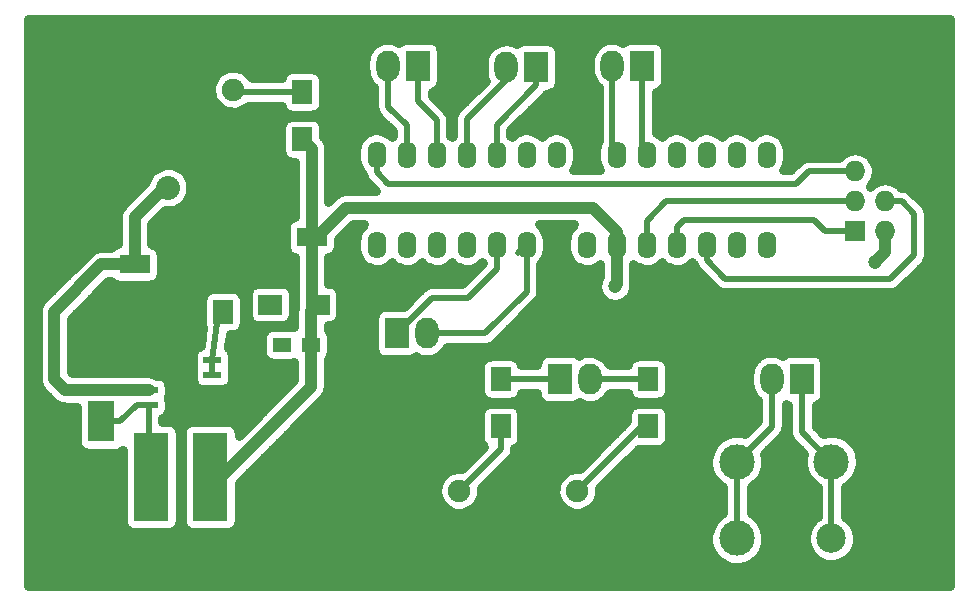
<source format=gbr>
%TF.GenerationSoftware,KiCad,Pcbnew,4.0.4-stable*%
%TF.CreationDate,2017-01-11T15:57:30+01:00*%
%TF.ProjectId,ISPboard,495350626F6172642E6B696361645F70,rev?*%
%TF.FileFunction,Copper,L1,Top,Signal*%
%FSLAX46Y46*%
G04 Gerber Fmt 4.6, Leading zero omitted, Abs format (unit mm)*
G04 Created by KiCad (PCBNEW 4.0.4-stable) date 01/11/17 15:57:30*
%MOMM*%
%LPD*%
G01*
G04 APERTURE LIST*
%ADD10C,0.100000*%
%ADD11R,2.000000X1.900000*%
%ADD12C,1.900000*%
%ADD13O,1.600000X2.300000*%
%ADD14R,2.000000X2.600000*%
%ADD15O,2.000000X2.600000*%
%ADD16C,2.000000*%
%ADD17C,3.000000*%
%ADD18C,2.500000*%
%ADD19R,1.900000X2.000000*%
%ADD20R,1.700000X2.000000*%
%ADD21R,2.999740X7.500620*%
%ADD22R,2.032000X2.032000*%
%ADD23O,2.032000X2.032000*%
%ADD24R,1.727200X1.727200*%
%ADD25O,1.727200X1.727200*%
%ADD26R,2.000000X1.700000*%
%ADD27R,2.600000X1.600000*%
%ADD28R,1.500000X1.250000*%
%ADD29R,1.550000X0.600000*%
%ADD30R,2.300000X3.500000*%
%ADD31C,1.200000*%
%ADD32C,1.000000*%
%ADD33C,0.500000*%
%ADD34C,0.800000*%
G04 APERTURE END LIST*
D10*
D11*
X152500000Y-133500000D03*
D12*
X152500000Y-130960000D03*
D11*
X142500000Y-133500000D03*
D12*
X142500000Y-130960000D03*
D13*
X135500000Y-102500000D03*
X138040000Y-102500000D03*
X140580000Y-102500000D03*
X143120000Y-102500000D03*
X145660000Y-102500000D03*
X148200000Y-102500000D03*
X150740000Y-102500000D03*
X153280000Y-102500000D03*
X155820000Y-102500000D03*
X158360000Y-102500000D03*
X160900000Y-102500000D03*
X163440000Y-102500000D03*
X165980000Y-102500000D03*
X168520000Y-102500000D03*
X168520000Y-110120000D03*
X165980000Y-110120000D03*
X163440000Y-110120000D03*
X160900000Y-110120000D03*
X158360000Y-110120000D03*
X155820000Y-110120000D03*
X153280000Y-110120000D03*
X150740000Y-110120000D03*
X148200000Y-110120000D03*
X145660000Y-110120000D03*
X143120000Y-110120000D03*
X140580000Y-110120000D03*
X138040000Y-110120000D03*
X135500000Y-110120000D03*
D14*
X158000000Y-95000000D03*
D15*
X155460000Y-95000000D03*
D14*
X137200000Y-117620000D03*
D15*
X139740000Y-117620000D03*
D14*
X149000000Y-95120000D03*
D15*
X146460000Y-95120000D03*
D14*
X151000000Y-121500000D03*
D15*
X153540000Y-121500000D03*
D14*
X171500000Y-121500000D03*
D15*
X168960000Y-121500000D03*
D16*
X161500000Y-135000000D03*
D17*
X166000000Y-135000000D03*
D16*
X161500000Y-128500000D03*
D17*
X166000000Y-128500000D03*
D16*
X178500000Y-128500000D03*
D17*
X174000000Y-128500000D03*
D16*
X178500000Y-135000000D03*
D18*
X174000000Y-135000000D03*
D19*
X120800000Y-97000000D03*
D12*
X123340000Y-97000000D03*
D20*
X158500000Y-125500000D03*
X158500000Y-121500000D03*
X146000000Y-125500000D03*
X146000000Y-121500000D03*
X129200000Y-97200000D03*
X129200000Y-101200000D03*
D21*
X116400640Y-129800000D03*
X121399360Y-129800000D03*
D22*
X120400000Y-105300000D03*
D23*
X117860000Y-105300000D03*
D24*
X176000000Y-109000000D03*
D25*
X178540000Y-109000000D03*
X176000000Y-106460000D03*
X178540000Y-106460000D03*
X176000000Y-103920000D03*
X178540000Y-103920000D03*
D26*
X130500000Y-115200000D03*
X126500000Y-115200000D03*
D20*
X122500000Y-115800000D03*
X122500000Y-111800000D03*
D27*
X130000000Y-109500000D03*
X126400000Y-109500000D03*
D14*
X139000000Y-95000000D03*
D15*
X136460000Y-95000000D03*
D27*
X115000000Y-111800000D03*
X118600000Y-111800000D03*
D28*
X129950000Y-118600000D03*
X127450000Y-118600000D03*
D29*
X121600000Y-123705000D03*
X121600000Y-122435000D03*
X121600000Y-121165000D03*
X121600000Y-119895000D03*
X116200000Y-119895000D03*
X116200000Y-121165000D03*
X116200000Y-122435000D03*
X116200000Y-123705000D03*
D30*
X112200000Y-125100000D03*
X112200000Y-119700000D03*
D31*
X155700000Y-113620000D03*
X177700000Y-111620000D03*
D32*
X115000000Y-111800000D02*
X112200000Y-111800000D01*
X109135000Y-122435000D02*
X116200000Y-122435000D01*
X108200000Y-121500000D02*
X109135000Y-122435000D01*
X108200000Y-115800000D02*
X108200000Y-121500000D01*
X112200000Y-111800000D02*
X108200000Y-115800000D01*
X117860000Y-105300000D02*
X117500000Y-105300000D01*
X117500000Y-105300000D02*
X115000000Y-107800000D01*
X115000000Y-107800000D02*
X115000000Y-111800000D01*
X115000000Y-111800000D02*
X114800000Y-112000000D01*
D33*
X158500000Y-125500000D02*
X157960000Y-125500000D01*
X157960000Y-125500000D02*
X152500000Y-130960000D01*
X146000000Y-125500000D02*
X146000000Y-127460000D01*
X146000000Y-127460000D02*
X142500000Y-130960000D01*
X176000000Y-103920000D02*
X172080000Y-103920000D01*
X135500000Y-104000000D02*
X135500000Y-102500000D01*
X136500000Y-105000000D02*
X135500000Y-104000000D01*
X171000000Y-105000000D02*
X136500000Y-105000000D01*
X172080000Y-103920000D02*
X171000000Y-105000000D01*
X178540000Y-106460000D02*
X179960000Y-106460000D01*
X163440000Y-111440000D02*
X163440000Y-110120000D01*
X165000000Y-113000000D02*
X163440000Y-111440000D01*
X179000000Y-113000000D02*
X165000000Y-113000000D01*
X181000000Y-111000000D02*
X179000000Y-113000000D01*
X181000000Y-107500000D02*
X181000000Y-111000000D01*
X179960000Y-106460000D02*
X181000000Y-107500000D01*
X176000000Y-109000000D02*
X173500000Y-109000000D01*
X160900000Y-108600000D02*
X160900000Y-110120000D01*
X161500000Y-108000000D02*
X160900000Y-108600000D01*
X172500000Y-108000000D02*
X161500000Y-108000000D01*
X173500000Y-109000000D02*
X172500000Y-108000000D01*
X176000000Y-106460000D02*
X160040000Y-106460000D01*
X158360000Y-108140000D02*
X158360000Y-110120000D01*
X160040000Y-106460000D02*
X158360000Y-108140000D01*
X151000000Y-121500000D02*
X146000000Y-121500000D01*
X153540000Y-121500000D02*
X158500000Y-121500000D01*
X174000000Y-128500000D02*
X174000000Y-135000000D01*
X171500000Y-121500000D02*
X171500000Y-126000000D01*
X171500000Y-126000000D02*
X174000000Y-128500000D01*
X166000000Y-128500000D02*
X166000000Y-135000000D01*
X168960000Y-121500000D02*
X168960000Y-125540000D01*
X168960000Y-125540000D02*
X166000000Y-128500000D01*
X139740000Y-117620000D02*
X144700000Y-117620000D01*
X148200000Y-114120000D02*
X148200000Y-110120000D01*
X144700000Y-117620000D02*
X148200000Y-114120000D01*
X147500000Y-110820000D02*
X148200000Y-110120000D01*
X137200000Y-117620000D02*
X140200000Y-114620000D01*
X145660000Y-112160000D02*
X145660000Y-110120000D01*
X143200000Y-114620000D02*
X145660000Y-112160000D01*
X140200000Y-114620000D02*
X143200000Y-114620000D01*
X129200000Y-97200000D02*
X123540000Y-97200000D01*
X123540000Y-97200000D02*
X123340000Y-97000000D01*
X128740000Y-97660000D02*
X129200000Y-97200000D01*
X123840640Y-97500640D02*
X123840000Y-97500000D01*
D32*
X130000000Y-109500000D02*
X130000000Y-102000000D01*
X130000000Y-102000000D02*
X129200000Y-101200000D01*
X121399360Y-129800000D02*
X122300000Y-129800000D01*
X122300000Y-129800000D02*
X129950000Y-122150000D01*
X129950000Y-122150000D02*
X129950000Y-115750000D01*
X129950000Y-115750000D02*
X130000000Y-115700000D01*
X130000000Y-115700000D02*
X130000000Y-109900000D01*
X130000000Y-109900000D02*
X132900000Y-107000000D01*
X132900000Y-107000000D02*
X153800000Y-107000000D01*
X153800000Y-107000000D02*
X155820000Y-109020000D01*
X155820000Y-109020000D02*
X155820000Y-110120000D01*
X121399360Y-129800000D02*
X122100000Y-129800000D01*
X130500000Y-115200000D02*
X130800000Y-115500000D01*
X129400000Y-101000000D02*
X129200000Y-101200000D01*
X178540000Y-109000000D02*
X178540000Y-110780000D01*
X155820000Y-113500000D02*
X155820000Y-110120000D01*
X155700000Y-113620000D02*
X155820000Y-113500000D01*
X178540000Y-110780000D02*
X177700000Y-111620000D01*
X129700000Y-101700000D02*
X129200000Y-101200000D01*
X120900000Y-129300640D02*
X121399360Y-129800000D01*
X129160000Y-101240000D02*
X129200000Y-101200000D01*
D33*
X143120000Y-102500000D02*
X143120000Y-99500000D01*
X143120000Y-99500000D02*
X146460000Y-96160000D01*
X146460000Y-96160000D02*
X146460000Y-95120000D01*
X142960000Y-102340000D02*
X143120000Y-102500000D01*
X145660000Y-102500000D02*
X145660000Y-99960000D01*
X149000000Y-96620000D02*
X149000000Y-95120000D01*
X145660000Y-99960000D02*
X149000000Y-96620000D01*
X145500000Y-102340000D02*
X145660000Y-102500000D01*
X155460000Y-95000000D02*
X155460000Y-102140000D01*
X155460000Y-102140000D02*
X155820000Y-102500000D01*
X158000000Y-95000000D02*
X158000000Y-102140000D01*
X158000000Y-102140000D02*
X158360000Y-102500000D01*
X138040000Y-102500000D02*
X138040000Y-100040000D01*
X136460000Y-98460000D02*
X136460000Y-95000000D01*
X138040000Y-100040000D02*
X136460000Y-98460000D01*
X140580000Y-102500000D02*
X140580000Y-99580000D01*
X139000000Y-98000000D02*
X139000000Y-95000000D01*
X140580000Y-99580000D02*
X139000000Y-98000000D01*
X140500000Y-102420000D02*
X140580000Y-102500000D01*
X121600000Y-121165000D02*
X121600000Y-119895000D01*
X121600000Y-119895000D02*
X122195000Y-115495000D01*
X116200000Y-123705000D02*
X115195000Y-123705000D01*
X113800000Y-125100000D02*
X112200000Y-125100000D01*
X115195000Y-123705000D02*
X113800000Y-125100000D01*
X116200000Y-123705000D02*
X116200000Y-129599360D01*
X116200000Y-129599360D02*
X116400640Y-129800000D01*
X112895000Y-124405000D02*
X112200000Y-125100000D01*
D34*
X184017000Y-90983000D02*
X105983000Y-90983000D01*
X184017000Y-91623000D02*
X105983000Y-91623000D01*
X184017000Y-92263000D02*
X105983000Y-92263000D01*
X135803859Y-92903000D02*
X105983000Y-92903000D01*
X137567796Y-92903000D02*
X137110862Y-92903000D01*
X146455322Y-92903000D02*
X140430044Y-92903000D01*
X154803859Y-92903000D02*
X146488905Y-92903000D01*
X156567796Y-92903000D02*
X156110862Y-92903000D01*
X184017000Y-92903000D02*
X159430044Y-92903000D01*
X134943044Y-93543000D02*
X105983000Y-93543000D01*
X145043735Y-93543000D02*
X140897021Y-93543000D01*
X153943044Y-93543000D02*
X150859859Y-93543000D01*
X184017000Y-93543000D02*
X159897021Y-93543000D01*
X134628468Y-94183000D02*
X105983000Y-94183000D01*
X144666535Y-94183000D02*
X140912393Y-94183000D01*
X153628468Y-94183000D02*
X150912393Y-94183000D01*
X184017000Y-94183000D02*
X159912393Y-94183000D01*
X134552000Y-94823000D02*
X105983000Y-94823000D01*
X144552000Y-94823000D02*
X140912393Y-94823000D01*
X153552000Y-94823000D02*
X150912393Y-94823000D01*
X184017000Y-94823000D02*
X159912393Y-94823000D01*
X122295422Y-95463000D02*
X105983000Y-95463000D01*
X127826742Y-95463000D02*
X124384093Y-95463000D01*
X134566934Y-95463000D02*
X130577862Y-95463000D01*
X144555168Y-95463000D02*
X140912393Y-95463000D01*
X153566934Y-95463000D02*
X150912393Y-95463000D01*
X184017000Y-95463000D02*
X159912393Y-95463000D01*
X121702903Y-96103000D02*
X105983000Y-96103000D01*
X134730651Y-96103000D02*
X130954658Y-96103000D01*
X144679431Y-96103000D02*
X140912393Y-96103000D01*
X153730651Y-96103000D02*
X150912393Y-96103000D01*
X184017000Y-96103000D02*
X159912393Y-96103000D01*
X121495037Y-96743000D02*
X105983000Y-96743000D01*
X135212359Y-96743000D02*
X130962393Y-96743000D01*
X144239341Y-96743000D02*
X140791159Y-96743000D01*
X154212359Y-96743000D02*
X150845252Y-96743000D01*
X184017000Y-96743000D02*
X159791159Y-96743000D01*
X121521178Y-97383000D02*
X105983000Y-97383000D01*
X135302000Y-97383000D02*
X130962393Y-97383000D01*
X143599341Y-97383000D02*
X140158000Y-97383000D01*
X154302000Y-97383000D02*
X149864687Y-97383000D01*
X184017000Y-97383000D02*
X159158000Y-97383000D01*
X121788770Y-98023000D02*
X105983000Y-98023000D01*
X135302000Y-98023000D02*
X130962393Y-98023000D01*
X142959341Y-98023000D02*
X140660660Y-98023000D01*
X154302000Y-98023000D02*
X149234659Y-98023000D01*
X184017000Y-98023000D02*
X159158000Y-98023000D01*
X122505307Y-98663000D02*
X105983000Y-98663000D01*
X127573292Y-98663000D02*
X124187218Y-98663000D01*
X135320884Y-98663000D02*
X130832144Y-98663000D01*
X142319341Y-98663000D02*
X141300660Y-98663000D01*
X154302000Y-98663000D02*
X148594659Y-98663000D01*
X184017000Y-98663000D02*
X159158000Y-98663000D01*
X128192934Y-99303000D02*
X105983000Y-99303000D01*
X135665340Y-99303000D02*
X130158320Y-99303000D01*
X141981607Y-99303000D02*
X141700224Y-99303000D01*
X154302000Y-99303000D02*
X147954659Y-99303000D01*
X184017000Y-99303000D02*
X159158000Y-99303000D01*
X127474998Y-99943000D02*
X105983000Y-99943000D01*
X136305340Y-99943000D02*
X130916053Y-99943000D01*
X141962000Y-99943000D02*
X141738000Y-99943000D01*
X154302000Y-99943000D02*
X147314659Y-99943000D01*
X184017000Y-99943000D02*
X159158000Y-99943000D01*
X127437607Y-100583000D02*
X105983000Y-100583000D01*
X134809314Y-100583000D02*
X130962393Y-100583000D01*
X136882000Y-100583000D02*
X136194243Y-100583000D01*
X141962000Y-100583000D02*
X141738000Y-100583000D01*
X147509314Y-100583000D02*
X146818000Y-100583000D01*
X150049314Y-100583000D02*
X148894243Y-100583000D01*
X154302000Y-100583000D02*
X151434243Y-100583000D01*
X160209314Y-100583000D02*
X159158000Y-100583000D01*
X162749314Y-100583000D02*
X161594243Y-100583000D01*
X165289314Y-100583000D02*
X164134243Y-100583000D01*
X167829314Y-100583000D02*
X166674243Y-100583000D01*
X184017000Y-100583000D02*
X169214243Y-100583000D01*
X127437607Y-101223000D02*
X105983000Y-101223000D01*
X134064361Y-101223000D02*
X131173910Y-101223000D01*
X154302000Y-101223000D02*
X152177598Y-101223000D01*
X184017000Y-101223000D02*
X169957598Y-101223000D01*
X127437607Y-101863000D02*
X105983000Y-101863000D01*
X133820567Y-101863000D02*
X131394648Y-101863000D01*
X154140567Y-101863000D02*
X152420836Y-101863000D01*
X184017000Y-101863000D02*
X170200836Y-101863000D01*
X127498192Y-102503000D02*
X105983000Y-102503000D01*
X133792000Y-102503000D02*
X131408000Y-102503000D01*
X154112000Y-102503000D02*
X152448000Y-102503000D01*
X174937920Y-102503000D02*
X170228000Y-102503000D01*
X184017000Y-102503000D02*
X177063551Y-102503000D01*
X128592000Y-103143000D02*
X105983000Y-103143000D01*
X133819752Y-103143000D02*
X131408000Y-103143000D01*
X154139752Y-103143000D02*
X152418760Y-103143000D01*
X171219341Y-103143000D02*
X170198760Y-103143000D01*
X184017000Y-103143000D02*
X177588305Y-103143000D01*
X116681084Y-103783000D02*
X105983000Y-103783000D01*
X128592000Y-103783000D02*
X119040346Y-103783000D01*
X134065593Y-103783000D02*
X131408000Y-103783000D01*
X154385593Y-103783000D02*
X152172340Y-103783000D01*
X170579341Y-103783000D02*
X169952340Y-103783000D01*
X184017000Y-103783000D02*
X177759008Y-103783000D01*
X116148085Y-104423000D02*
X105983000Y-104423000D01*
X128592000Y-104423000D02*
X119571523Y-104423000D01*
X134422766Y-104423000D02*
X131408000Y-104423000D01*
X184017000Y-104423000D02*
X177692887Y-104423000D01*
X115745788Y-105063000D02*
X105983000Y-105063000D01*
X128592000Y-105063000D02*
X119770472Y-105063000D01*
X134925340Y-105063000D02*
X131408000Y-105063000D01*
X177453045Y-105063000D02*
X177349724Y-105063000D01*
X184017000Y-105063000D02*
X179627727Y-105063000D01*
X115105788Y-105703000D02*
X105983000Y-105703000D01*
X128592000Y-105703000D02*
X119749020Y-105703000D01*
X132354499Y-105703000D02*
X131408000Y-105703000D01*
X184017000Y-105703000D02*
X180840660Y-105703000D01*
X114465788Y-106343000D02*
X105983000Y-106343000D01*
X128592000Y-106343000D02*
X119482159Y-106343000D01*
X131565787Y-106343000D02*
X131408000Y-106343000D01*
X184017000Y-106343000D02*
X181480660Y-106343000D01*
X113856303Y-106983000D02*
X105983000Y-106983000D01*
X128592000Y-106983000D02*
X118782711Y-106983000D01*
X184017000Y-106983000D02*
X182030363Y-106983000D01*
X113609489Y-107623000D02*
X105983000Y-107623000D01*
X128592000Y-107623000D02*
X117168212Y-107623000D01*
X184017000Y-107623000D02*
X182158000Y-107623000D01*
X113592000Y-108263000D02*
X105983000Y-108263000D01*
X127906136Y-108263000D02*
X116528212Y-108263000D01*
X184017000Y-108263000D02*
X182158000Y-108263000D01*
X113592000Y-108903000D02*
X105983000Y-108903000D01*
X127787607Y-108903000D02*
X116408000Y-108903000D01*
X134031376Y-108903000D02*
X132988212Y-108903000D01*
X151811376Y-108903000D02*
X149669500Y-108903000D01*
X184017000Y-108903000D02*
X182158000Y-108903000D01*
X113592000Y-109543000D02*
X105983000Y-109543000D01*
X127787607Y-109543000D02*
X116408000Y-109543000D01*
X133813837Y-109543000D02*
X132348212Y-109543000D01*
X151593837Y-109543000D02*
X149886719Y-109543000D01*
X184017000Y-109543000D02*
X182158000Y-109543000D01*
X113298147Y-110183000D02*
X105983000Y-110183000D01*
X127787607Y-110183000D02*
X116685676Y-110183000D01*
X133792000Y-110183000D02*
X132212393Y-110183000D01*
X151572000Y-110183000D02*
X149908000Y-110183000D01*
X184017000Y-110183000D02*
X182158000Y-110183000D01*
X111185788Y-110823000D02*
X105983000Y-110823000D01*
X127962829Y-110823000D02*
X117190828Y-110823000D01*
X133827937Y-110823000D02*
X132041143Y-110823000D01*
X151607937Y-110823000D02*
X149872030Y-110823000D01*
X184017000Y-110823000D02*
X182158000Y-110823000D01*
X110545788Y-111463000D02*
X105983000Y-111463000D01*
X128592000Y-111463000D02*
X117212393Y-111463000D01*
X134108239Y-111463000D02*
X131408000Y-111463000D01*
X151888239Y-111463000D02*
X149594124Y-111463000D01*
X184017000Y-111463000D02*
X182060612Y-111463000D01*
X109905788Y-112103000D02*
X105983000Y-112103000D01*
X128592000Y-112103000D02*
X117212393Y-112103000D01*
X134994800Y-112103000D02*
X131408000Y-112103000D01*
X137534800Y-112103000D02*
X136005917Y-112103000D01*
X140074800Y-112103000D02*
X138545917Y-112103000D01*
X142614800Y-112103000D02*
X141085917Y-112103000D01*
X144079341Y-112103000D02*
X143625917Y-112103000D01*
X152774800Y-112103000D02*
X149358000Y-112103000D01*
X154412000Y-112103000D02*
X153785917Y-112103000D01*
X157854800Y-112103000D02*
X157228000Y-112103000D01*
X160394800Y-112103000D02*
X158865917Y-112103000D01*
X162493560Y-112103000D02*
X161405917Y-112103000D01*
X184017000Y-112103000D02*
X181534660Y-112103000D01*
X109265788Y-112743000D02*
X105983000Y-112743000D01*
X128592000Y-112743000D02*
X117192071Y-112743000D01*
X143439341Y-112743000D02*
X131408000Y-112743000D01*
X154412000Y-112743000D02*
X149358000Y-112743000D01*
X163105340Y-112743000D02*
X157228000Y-112743000D01*
X184017000Y-112743000D02*
X180894660Y-112743000D01*
X108625788Y-113383000D02*
X105983000Y-113383000D01*
X113238898Y-113383000D02*
X112608212Y-113383000D01*
X128592000Y-113383000D02*
X116753450Y-113383000D01*
X142799341Y-113383000D02*
X131408000Y-113383000D01*
X154208620Y-113383000D02*
X149358000Y-113383000D01*
X163745340Y-113383000D02*
X157228000Y-113383000D01*
X184017000Y-113383000D02*
X180254660Y-113383000D01*
X107985788Y-114023000D02*
X105983000Y-114023000D01*
X121187445Y-114023000D02*
X111968212Y-114023000D01*
X124656551Y-114023000D02*
X123824412Y-114023000D01*
X128592000Y-114023000D02*
X128344375Y-114023000D01*
X139159341Y-114023000D02*
X132344375Y-114023000D01*
X154240710Y-114023000D02*
X149358000Y-114023000D01*
X164468583Y-114023000D02*
X157154937Y-114023000D01*
X184017000Y-114023000D02*
X179530847Y-114023000D01*
X107345788Y-114663000D02*
X105983000Y-114663000D01*
X120757076Y-114663000D02*
X111328212Y-114663000D01*
X124587607Y-114663000D02*
X124251468Y-114663000D01*
X128587607Y-114663000D02*
X128412393Y-114663000D01*
X138519341Y-114663000D02*
X132412393Y-114663000D01*
X154610756Y-114663000D02*
X149216631Y-114663000D01*
X184017000Y-114663000D02*
X156791548Y-114663000D01*
X106886642Y-115303000D02*
X105983000Y-115303000D01*
X120737607Y-115303000D02*
X110688212Y-115303000D01*
X124587607Y-115303000D02*
X124262393Y-115303000D01*
X128587607Y-115303000D02*
X128412393Y-115303000D01*
X137879341Y-115303000D02*
X132412393Y-115303000D01*
X184017000Y-115303000D02*
X148654659Y-115303000D01*
X106792000Y-115943000D02*
X105983000Y-115943000D01*
X120737607Y-115943000D02*
X110048212Y-115943000D01*
X124587607Y-115943000D02*
X124262393Y-115943000D01*
X128542000Y-115943000D02*
X128412393Y-115943000D01*
X135379090Y-115943000D02*
X132412393Y-115943000D01*
X184017000Y-115943000D02*
X148014659Y-115943000D01*
X106792000Y-116583000D02*
X105983000Y-116583000D01*
X120737607Y-116583000D02*
X109608000Y-116583000D01*
X124769419Y-116583000D02*
X124262393Y-116583000D01*
X128542000Y-116583000D02*
X128232620Y-116583000D01*
X135287607Y-116583000D02*
X132232620Y-116583000D01*
X184017000Y-116583000D02*
X147374659Y-116583000D01*
X106792000Y-117223000D02*
X105983000Y-117223000D01*
X120792788Y-117223000D02*
X109608000Y-117223000D01*
X126199506Y-117223000D02*
X124150175Y-117223000D01*
X135287607Y-117223000D02*
X131358000Y-117223000D01*
X184017000Y-117223000D02*
X146734659Y-117223000D01*
X106792000Y-117863000D02*
X105983000Y-117863000D01*
X120706243Y-117863000D02*
X109608000Y-117863000D01*
X125803524Y-117863000D02*
X123043321Y-117863000D01*
X135287607Y-117863000D02*
X131603462Y-117863000D01*
X184017000Y-117863000D02*
X146094659Y-117863000D01*
X106792000Y-118503000D02*
X105983000Y-118503000D01*
X120619697Y-118503000D02*
X109608000Y-118503000D01*
X125787607Y-118503000D02*
X122956776Y-118503000D01*
X135287607Y-118503000D02*
X131612393Y-118503000D01*
X184017000Y-118503000D02*
X145441153Y-118503000D01*
X106792000Y-119143000D02*
X105983000Y-119143000D01*
X120037898Y-119143000D02*
X109608000Y-119143000D01*
X125787607Y-119143000D02*
X123158956Y-119143000D01*
X135323418Y-119143000D02*
X131612393Y-119143000D01*
X184017000Y-119143000D02*
X141201576Y-119143000D01*
X106792000Y-119783000D02*
X105983000Y-119783000D01*
X119912607Y-119783000D02*
X109608000Y-119783000D01*
X125985893Y-119783000D02*
X123287393Y-119783000D01*
X135916372Y-119783000D02*
X131411313Y-119783000D01*
X139302348Y-119783000D02*
X138466857Y-119783000D01*
X144596391Y-119783000D02*
X140171893Y-119783000D01*
X149197121Y-119783000D02*
X147401328Y-119783000D01*
X157096391Y-119783000D02*
X154819069Y-119783000D01*
X167678651Y-119783000D02*
X159901328Y-119783000D01*
X184017000Y-119783000D02*
X173307020Y-119783000D01*
X106792000Y-120423000D02*
X105983000Y-120423000D01*
X119949966Y-120423000D02*
X109608000Y-120423000D01*
X128542000Y-120423000D02*
X123254992Y-120423000D01*
X144248550Y-120423000D02*
X131358000Y-120423000D01*
X167214358Y-120423000D02*
X160256253Y-120423000D01*
X184017000Y-120423000D02*
X173412393Y-120423000D01*
X106792000Y-121063000D02*
X105983000Y-121063000D01*
X119912607Y-121063000D02*
X116509234Y-121063000D01*
X128542000Y-121063000D02*
X123287393Y-121063000D01*
X144237607Y-121063000D02*
X131358000Y-121063000D01*
X167063367Y-121063000D02*
X160262393Y-121063000D01*
X184017000Y-121063000D02*
X173412393Y-121063000D01*
X106811127Y-121703000D02*
X105983000Y-121703000D01*
X119953063Y-121703000D02*
X117772135Y-121703000D01*
X128405788Y-121703000D02*
X123253571Y-121703000D01*
X144237607Y-121703000D02*
X131358000Y-121703000D01*
X167052000Y-121703000D02*
X160262393Y-121703000D01*
X184017000Y-121703000D02*
X173412393Y-121703000D01*
X107079301Y-122343000D02*
X105983000Y-122343000D01*
X120582979Y-122343000D02*
X117887393Y-122343000D01*
X127765788Y-122343000D02*
X122593420Y-122343000D01*
X144237607Y-122343000D02*
X131338887Y-122343000D01*
X167137162Y-122343000D02*
X160262393Y-122343000D01*
X184017000Y-122343000D02*
X173412393Y-122343000D01*
X107691787Y-122983000D02*
X105983000Y-122983000D01*
X127125788Y-122983000D02*
X117852150Y-122983000D01*
X144386471Y-122983000D02*
X131080272Y-122983000D01*
X149111030Y-122983000D02*
X147623128Y-122983000D01*
X156886471Y-122983000D02*
X155035140Y-122983000D01*
X167465756Y-122983000D02*
X160123128Y-122983000D01*
X184017000Y-122983000D02*
X173386387Y-122983000D01*
X108385257Y-123623000D02*
X105983000Y-123623000D01*
X126485788Y-123623000D02*
X117887393Y-123623000D01*
X144928351Y-123623000D02*
X130468212Y-123623000D01*
X149627635Y-123623000D02*
X147099058Y-123623000D01*
X152973130Y-123623000D02*
X152392748Y-123623000D01*
X157428351Y-123623000D02*
X154107801Y-123623000D01*
X167802000Y-123623000D02*
X159599058Y-123623000D01*
X170127634Y-123623000D02*
X170118000Y-123623000D01*
X184017000Y-123623000D02*
X172892748Y-123623000D01*
X110137607Y-124263000D02*
X105983000Y-124263000D01*
X125845788Y-124263000D02*
X117849552Y-124263000D01*
X144271287Y-124263000D02*
X129828212Y-124263000D01*
X156771287Y-124263000D02*
X147722247Y-124263000D01*
X167802000Y-124263000D02*
X160222247Y-124263000D01*
X170342000Y-124263000D02*
X170118000Y-124263000D01*
X184017000Y-124263000D02*
X172658000Y-124263000D01*
X110137607Y-124903000D02*
X105983000Y-124903000D01*
X125205788Y-124903000D02*
X117358000Y-124903000D01*
X144237607Y-124903000D02*
X129188212Y-124903000D01*
X156737607Y-124903000D02*
X147762393Y-124903000D01*
X167802000Y-124903000D02*
X160262393Y-124903000D01*
X170342000Y-124903000D02*
X170118000Y-124903000D01*
X184017000Y-124903000D02*
X172658000Y-124903000D01*
X110137607Y-125543000D02*
X105983000Y-125543000D01*
X119144446Y-125543000D02*
X118648428Y-125543000D01*
X124565788Y-125543000D02*
X123647148Y-125543000D01*
X144237607Y-125543000D02*
X128548212Y-125543000D01*
X156279340Y-125543000D02*
X147762393Y-125543000D01*
X167319340Y-125543000D02*
X160262393Y-125543000D01*
X170342000Y-125543000D02*
X170117978Y-125543000D01*
X184017000Y-125543000D02*
X172680660Y-125543000D01*
X110137607Y-126183000D02*
X105983000Y-126183000D01*
X118987097Y-126183000D02*
X118812903Y-126183000D01*
X123925788Y-126183000D02*
X123811623Y-126183000D01*
X144237607Y-126183000D02*
X127908212Y-126183000D01*
X155639340Y-126183000D02*
X147762393Y-126183000D01*
X165306425Y-126183000D02*
X160262393Y-126183000D01*
X170359135Y-126183000D02*
X169922918Y-126183000D01*
X184017000Y-126183000D02*
X174688424Y-126183000D01*
X110137607Y-126823000D02*
X105983000Y-126823000D01*
X118987097Y-126823000D02*
X118812903Y-126823000D01*
X144304386Y-126823000D02*
X127268212Y-126823000D01*
X154999340Y-126823000D02*
X147695252Y-126823000D01*
X164270694Y-126823000D02*
X160195252Y-126823000D01*
X170685340Y-126823000D02*
X169314660Y-126823000D01*
X184017000Y-126823000D02*
X175728413Y-126823000D01*
X110376648Y-127463000D02*
X105983000Y-127463000D01*
X118987097Y-127463000D02*
X118812903Y-127463000D01*
X144359341Y-127463000D02*
X126628212Y-127463000D01*
X154359340Y-127463000D02*
X147157978Y-127463000D01*
X163824494Y-127463000D02*
X157634660Y-127463000D01*
X171325340Y-127463000D02*
X168674660Y-127463000D01*
X184017000Y-127463000D02*
X176177213Y-127463000D01*
X113988377Y-128103000D02*
X105983000Y-128103000D01*
X118987097Y-128103000D02*
X118812903Y-128103000D01*
X143719341Y-128103000D02*
X125988212Y-128103000D01*
X153719340Y-128103000D02*
X146962917Y-128103000D01*
X163622484Y-128103000D02*
X156994660Y-128103000D01*
X171622484Y-128103000D02*
X168376248Y-128103000D01*
X184017000Y-128103000D02*
X176376248Y-128103000D01*
X113988377Y-128743000D02*
X105983000Y-128743000D01*
X118987097Y-128743000D02*
X118812903Y-128743000D01*
X143079341Y-128743000D02*
X125348212Y-128743000D01*
X153079340Y-128743000D02*
X146354659Y-128743000D01*
X163596273Y-128743000D02*
X156354660Y-128743000D01*
X171596273Y-128743000D02*
X168401412Y-128743000D01*
X184017000Y-128743000D02*
X176401412Y-128743000D01*
X113988377Y-129383000D02*
X105983000Y-129383000D01*
X118987097Y-129383000D02*
X118812903Y-129383000D01*
X141516549Y-129383000D02*
X124708212Y-129383000D01*
X151516549Y-129383000D02*
X145714659Y-129383000D01*
X163759624Y-129383000D02*
X155714660Y-129383000D01*
X171759624Y-129383000D02*
X168242860Y-129383000D01*
X184017000Y-129383000D02*
X176242860Y-129383000D01*
X113988377Y-130023000D02*
X105983000Y-130023000D01*
X118987097Y-130023000D02*
X118812903Y-130023000D01*
X140889670Y-130023000D02*
X124068212Y-130023000D01*
X150889670Y-130023000D02*
X145074659Y-130023000D01*
X164123086Y-130023000D02*
X155074660Y-130023000D01*
X172123086Y-130023000D02*
X167872613Y-130023000D01*
X184017000Y-130023000D02*
X175872613Y-130023000D01*
X113988377Y-130663000D02*
X105983000Y-130663000D01*
X118987097Y-130663000D02*
X118812903Y-130663000D01*
X140663540Y-130663000D02*
X123811623Y-130663000D01*
X150663540Y-130663000D02*
X144434659Y-130663000D01*
X164842000Y-130663000D02*
X154434660Y-130663000D01*
X172842000Y-130663000D02*
X167158000Y-130663000D01*
X184017000Y-130663000D02*
X175158000Y-130663000D01*
X113988377Y-131303000D02*
X105983000Y-131303000D01*
X118987097Y-131303000D02*
X118812903Y-131303000D01*
X140673837Y-131303000D02*
X123811623Y-131303000D01*
X150673837Y-131303000D02*
X144327502Y-131303000D01*
X164842000Y-131303000D02*
X154327502Y-131303000D01*
X172842000Y-131303000D02*
X167158000Y-131303000D01*
X184017000Y-131303000D02*
X175158000Y-131303000D01*
X113988377Y-131943000D02*
X105983000Y-131943000D01*
X118987097Y-131943000D02*
X118812903Y-131943000D01*
X140922992Y-131943000D02*
X123811623Y-131943000D01*
X150922992Y-131943000D02*
X144080437Y-131943000D01*
X164842000Y-131943000D02*
X154080437Y-131943000D01*
X172842000Y-131943000D02*
X167158000Y-131943000D01*
X184017000Y-131943000D02*
X175158000Y-131943000D01*
X113988377Y-132583000D02*
X105983000Y-132583000D01*
X118987097Y-132583000D02*
X118812903Y-132583000D01*
X141579477Y-132583000D02*
X123811623Y-132583000D01*
X151579477Y-132583000D02*
X143410248Y-132583000D01*
X164842000Y-132583000D02*
X153410248Y-132583000D01*
X172842000Y-132583000D02*
X167158000Y-132583000D01*
X184017000Y-132583000D02*
X175158000Y-132583000D01*
X113988377Y-133223000D02*
X105983000Y-133223000D01*
X118987097Y-133223000D02*
X118812903Y-133223000D01*
X164372810Y-133223000D02*
X123811623Y-133223000D01*
X172774274Y-133223000D02*
X167629109Y-133223000D01*
X184017000Y-133223000D02*
X175224790Y-133223000D01*
X114051963Y-133863000D02*
X105983000Y-133863000D01*
X119050683Y-133863000D02*
X118750409Y-133863000D01*
X163867354Y-133863000D02*
X123749129Y-133863000D01*
X172163010Y-133863000D02*
X168135733Y-133863000D01*
X184017000Y-133863000D02*
X175835573Y-133863000D01*
X163643739Y-134503000D02*
X105983000Y-134503000D01*
X171899335Y-134503000D02*
X168356447Y-134503000D01*
X184017000Y-134503000D02*
X176101583Y-134503000D01*
X163589666Y-135143000D02*
X105983000Y-135143000D01*
X171839700Y-135143000D02*
X168402808Y-135143000D01*
X184017000Y-135143000D02*
X176153141Y-135143000D01*
X163720031Y-135783000D02*
X105983000Y-135783000D01*
X171988923Y-135783000D02*
X168287383Y-135783000D01*
X184017000Y-135783000D02*
X176013713Y-135783000D01*
X164052203Y-136423000D02*
X105983000Y-136423000D01*
X172374072Y-136423000D02*
X167943155Y-136423000D01*
X184017000Y-136423000D02*
X175635099Y-136423000D01*
X164748807Y-137063000D02*
X105983000Y-137063000D01*
X173333048Y-137063000D02*
X167243413Y-137063000D01*
X184017000Y-137063000D02*
X174649040Y-137063000D01*
X184017000Y-137703000D02*
X105983000Y-137703000D01*
X184017000Y-138343000D02*
X105983000Y-138343000D01*
X184017000Y-138983000D02*
X105983000Y-138983000D01*
X184017000Y-139017000D02*
X105983000Y-139017000D01*
X105983000Y-115800000D01*
X106792000Y-115800000D01*
X106792000Y-121500000D01*
X106804692Y-121629440D01*
X106816027Y-121759003D01*
X106818092Y-121766112D01*
X106818815Y-121773482D01*
X106856412Y-121898010D01*
X106892692Y-122022886D01*
X106896099Y-122029459D01*
X106898239Y-122036547D01*
X106959276Y-122151341D01*
X107019151Y-122266852D01*
X107023774Y-122272643D01*
X107027247Y-122279175D01*
X107109439Y-122379952D01*
X107190590Y-122481608D01*
X107200746Y-122491907D01*
X107200924Y-122492125D01*
X107201126Y-122492292D01*
X107204394Y-122495606D01*
X108139394Y-123430607D01*
X108239869Y-123513138D01*
X108339526Y-123596760D01*
X108346017Y-123600329D01*
X108351736Y-123605026D01*
X108466323Y-123666467D01*
X108580330Y-123729143D01*
X108587388Y-123731382D01*
X108593912Y-123734880D01*
X108718264Y-123772898D01*
X108842260Y-123812232D01*
X108849619Y-123813057D01*
X108856699Y-123815222D01*
X108986102Y-123828367D01*
X109115341Y-123842863D01*
X109129808Y-123842964D01*
X109130085Y-123842992D01*
X109130344Y-123842968D01*
X109135000Y-123843000D01*
X110137607Y-123843000D01*
X110137607Y-126850000D01*
X110149138Y-126994596D01*
X110225087Y-127239845D01*
X110366354Y-127454226D01*
X110561754Y-127620764D01*
X110795813Y-127726271D01*
X111050000Y-127762393D01*
X113350000Y-127762393D01*
X113494596Y-127750862D01*
X113739845Y-127674913D01*
X113954226Y-127533646D01*
X113988377Y-127493576D01*
X113988377Y-133550310D01*
X113999908Y-133694906D01*
X114075857Y-133940155D01*
X114217124Y-134154536D01*
X114412524Y-134321074D01*
X114646583Y-134426581D01*
X114900770Y-134462703D01*
X117900510Y-134462703D01*
X118045106Y-134451172D01*
X118290355Y-134375223D01*
X118504736Y-134233956D01*
X118671274Y-134038556D01*
X118776781Y-133804497D01*
X118812903Y-133550310D01*
X118812903Y-126049690D01*
X118987097Y-126049690D01*
X118987097Y-133550310D01*
X118998628Y-133694906D01*
X119074577Y-133940155D01*
X119215844Y-134154536D01*
X119411244Y-134321074D01*
X119645303Y-134426581D01*
X119899490Y-134462703D01*
X122899230Y-134462703D01*
X123043826Y-134451172D01*
X123289075Y-134375223D01*
X123503456Y-134233956D01*
X123669994Y-134038556D01*
X123775501Y-133804497D01*
X123811623Y-133550310D01*
X123811623Y-131116226D01*
X140639558Y-131116226D01*
X140705334Y-131474612D01*
X140839469Y-131813397D01*
X141036852Y-132119677D01*
X141289967Y-132381784D01*
X141589171Y-132589737D01*
X141923068Y-132735613D01*
X142278941Y-132813857D01*
X142643234Y-132821488D01*
X143002071Y-132758215D01*
X143341784Y-132626449D01*
X143649434Y-132431208D01*
X143913302Y-132179930D01*
X144123338Y-131882185D01*
X144271542Y-131549314D01*
X144352268Y-131193996D01*
X144353354Y-131116226D01*
X150639558Y-131116226D01*
X150705334Y-131474612D01*
X150839469Y-131813397D01*
X151036852Y-132119677D01*
X151289967Y-132381784D01*
X151589171Y-132589737D01*
X151923068Y-132735613D01*
X152278941Y-132813857D01*
X152643234Y-132821488D01*
X153002071Y-132758215D01*
X153341784Y-132626449D01*
X153649434Y-132431208D01*
X153913302Y-132179930D01*
X154123338Y-131882185D01*
X154271542Y-131549314D01*
X154352268Y-131193996D01*
X154358080Y-130777814D01*
X154351761Y-130745899D01*
X156395189Y-128702471D01*
X163588835Y-128702471D01*
X163674082Y-129166946D01*
X163847923Y-129606017D01*
X164103735Y-130002961D01*
X164431776Y-130342657D01*
X164819550Y-130612167D01*
X164842000Y-130621975D01*
X164842000Y-132879899D01*
X164483837Y-133114274D01*
X164146440Y-133444678D01*
X163879644Y-133834324D01*
X163693611Y-134268370D01*
X163595428Y-134730284D01*
X163588835Y-135202471D01*
X163674082Y-135666946D01*
X163847923Y-136106017D01*
X164103735Y-136502961D01*
X164431776Y-136842657D01*
X164819550Y-137112167D01*
X165252287Y-137301225D01*
X165713504Y-137402630D01*
X166185633Y-137412520D01*
X166650692Y-137330517D01*
X167090966Y-137159746D01*
X167489686Y-136906711D01*
X167831664Y-136581050D01*
X168103874Y-136195167D01*
X168295949Y-135763761D01*
X168400571Y-135303263D01*
X168408103Y-134763883D01*
X168316379Y-134300644D01*
X168136425Y-133864043D01*
X167875095Y-133470710D01*
X167542344Y-133135627D01*
X167158000Y-132876383D01*
X167158000Y-130617205D01*
X167489686Y-130406711D01*
X167831664Y-130081050D01*
X168103874Y-129695167D01*
X168295949Y-129263761D01*
X168400571Y-128803263D01*
X168408103Y-128263883D01*
X168319790Y-127817870D01*
X169778830Y-126358830D01*
X169846769Y-126276120D01*
X169915481Y-126194232D01*
X169918413Y-126188899D01*
X169922280Y-126184191D01*
X169972824Y-126089927D01*
X170024359Y-125996185D01*
X170026201Y-125990377D01*
X170029077Y-125985014D01*
X170060341Y-125882754D01*
X170092695Y-125780762D01*
X170093374Y-125774711D01*
X170095154Y-125768888D01*
X170105965Y-125662457D01*
X170117887Y-125556168D01*
X170117970Y-125544268D01*
X170117993Y-125544043D01*
X170117973Y-125543834D01*
X170118000Y-125540000D01*
X170118000Y-123618657D01*
X170245813Y-123676271D01*
X170342000Y-123689940D01*
X170342000Y-126000000D01*
X170352441Y-126106482D01*
X170361761Y-126213015D01*
X170363460Y-126218862D01*
X170364054Y-126224923D01*
X170394961Y-126327291D01*
X170424813Y-126430044D01*
X170427617Y-126435454D01*
X170429376Y-126441279D01*
X170479563Y-126535668D01*
X170528819Y-126630692D01*
X170532619Y-126635453D01*
X170535477Y-126640827D01*
X170603080Y-126723716D01*
X170669818Y-126807317D01*
X170678178Y-126815796D01*
X170678317Y-126815966D01*
X170678475Y-126816096D01*
X170681170Y-126818830D01*
X171682585Y-127820245D01*
X171595428Y-128230284D01*
X171588835Y-128702471D01*
X171674082Y-129166946D01*
X171847923Y-129606017D01*
X172103735Y-130002961D01*
X172431776Y-130342657D01*
X172819550Y-130612167D01*
X172842000Y-130621975D01*
X172842000Y-133178681D01*
X172641246Y-133310051D01*
X172338877Y-133606152D01*
X172099780Y-133955345D01*
X171933061Y-134344328D01*
X171845072Y-134758286D01*
X171839163Y-135181451D01*
X171915560Y-135597704D01*
X172071352Y-135991190D01*
X172300606Y-136346923D01*
X172594590Y-136651352D01*
X172942105Y-136892881D01*
X173329915Y-137062311D01*
X173743248Y-137153188D01*
X174166361Y-137162051D01*
X174583137Y-137088562D01*
X174977702Y-136935521D01*
X175335026Y-136708756D01*
X175641500Y-136416905D01*
X175885449Y-136071084D01*
X176057583Y-135684467D01*
X176151343Y-135271778D01*
X176158093Y-134788397D01*
X176075892Y-134373251D01*
X175914621Y-133981978D01*
X175680422Y-133629481D01*
X175382217Y-133329187D01*
X175158000Y-133177950D01*
X175158000Y-130617205D01*
X175489686Y-130406711D01*
X175831664Y-130081050D01*
X176103874Y-129695167D01*
X176295949Y-129263761D01*
X176400571Y-128803263D01*
X176408103Y-128263883D01*
X176316379Y-127800644D01*
X176136425Y-127364043D01*
X175875095Y-126970710D01*
X175542344Y-126635627D01*
X175150845Y-126371557D01*
X174715510Y-126188560D01*
X174252922Y-126093604D01*
X173780701Y-126090307D01*
X173316832Y-126178795D01*
X173316563Y-126178903D01*
X172658000Y-125520340D01*
X172658000Y-123696711D01*
X172889845Y-123624913D01*
X173104226Y-123483646D01*
X173270764Y-123288246D01*
X173376271Y-123054187D01*
X173412393Y-122800000D01*
X173412393Y-120200000D01*
X173400862Y-120055404D01*
X173324913Y-119810155D01*
X173183646Y-119595774D01*
X172988246Y-119429236D01*
X172754187Y-119323729D01*
X172500000Y-119287607D01*
X170500000Y-119287607D01*
X170355404Y-119299138D01*
X170110155Y-119375087D01*
X169895774Y-119516354D01*
X169883967Y-119530207D01*
X169699380Y-119430401D01*
X169343657Y-119320286D01*
X168973320Y-119281362D01*
X168602476Y-119315112D01*
X168245251Y-119420249D01*
X167915249Y-119592770D01*
X167625042Y-119826102D01*
X167385683Y-120111359D01*
X167206290Y-120437675D01*
X167093694Y-120792620D01*
X167052186Y-121162676D01*
X167052000Y-121189316D01*
X167052000Y-121810684D01*
X167088338Y-122181283D01*
X167195966Y-122537766D01*
X167370786Y-122866555D01*
X167606139Y-123155126D01*
X167802000Y-123317157D01*
X167802000Y-125060340D01*
X166680887Y-126181453D01*
X166252922Y-126093604D01*
X165780701Y-126090307D01*
X165316832Y-126178795D01*
X164878985Y-126355697D01*
X164483837Y-126614274D01*
X164146440Y-126944678D01*
X163879644Y-127334324D01*
X163693611Y-127768370D01*
X163595428Y-128230284D01*
X163588835Y-128702471D01*
X156395189Y-128702471D01*
X157685267Y-127412393D01*
X159350000Y-127412393D01*
X159494596Y-127400862D01*
X159739845Y-127324913D01*
X159954226Y-127183646D01*
X160120764Y-126988246D01*
X160226271Y-126754187D01*
X160262393Y-126500000D01*
X160262393Y-124500000D01*
X160250862Y-124355404D01*
X160174913Y-124110155D01*
X160033646Y-123895774D01*
X159838246Y-123729236D01*
X159604187Y-123623729D01*
X159350000Y-123587607D01*
X157650000Y-123587607D01*
X157505404Y-123599138D01*
X157260155Y-123675087D01*
X157045774Y-123816354D01*
X156879236Y-124011754D01*
X156773729Y-124245813D01*
X156737607Y-124500000D01*
X156737607Y-125084733D01*
X152715023Y-129107317D01*
X152695154Y-129103238D01*
X152330790Y-129100694D01*
X151972871Y-129168970D01*
X151635031Y-129305467D01*
X151330137Y-129504984D01*
X151069803Y-129759922D01*
X150863944Y-130060571D01*
X150720403Y-130395478D01*
X150644645Y-130751889D01*
X150639558Y-131116226D01*
X144353354Y-131116226D01*
X144358080Y-130777814D01*
X144351761Y-130745899D01*
X146818829Y-128278830D01*
X146886721Y-128196176D01*
X146955481Y-128114232D01*
X146958415Y-128108895D01*
X146962279Y-128104191D01*
X147012802Y-128009966D01*
X147064359Y-127916185D01*
X147066201Y-127910377D01*
X147069077Y-127905014D01*
X147100341Y-127802754D01*
X147132695Y-127700762D01*
X147133374Y-127694711D01*
X147135154Y-127688888D01*
X147145960Y-127582501D01*
X147157887Y-127476168D01*
X147157970Y-127464257D01*
X147157992Y-127464043D01*
X147157973Y-127463843D01*
X147158000Y-127460000D01*
X147158000Y-127350259D01*
X147239845Y-127324913D01*
X147454226Y-127183646D01*
X147620764Y-126988246D01*
X147726271Y-126754187D01*
X147762393Y-126500000D01*
X147762393Y-124500000D01*
X147750862Y-124355404D01*
X147674913Y-124110155D01*
X147533646Y-123895774D01*
X147338246Y-123729236D01*
X147104187Y-123623729D01*
X146850000Y-123587607D01*
X145150000Y-123587607D01*
X145005404Y-123599138D01*
X144760155Y-123675087D01*
X144545774Y-123816354D01*
X144379236Y-124011754D01*
X144273729Y-124245813D01*
X144237607Y-124500000D01*
X144237607Y-126500000D01*
X144249138Y-126644596D01*
X144325087Y-126889845D01*
X144466354Y-127104226D01*
X144602272Y-127220068D01*
X142715024Y-129107317D01*
X142695154Y-129103238D01*
X142330790Y-129100694D01*
X141972871Y-129168970D01*
X141635031Y-129305467D01*
X141330137Y-129504984D01*
X141069803Y-129759922D01*
X140863944Y-130060571D01*
X140720403Y-130395478D01*
X140644645Y-130751889D01*
X140639558Y-131116226D01*
X123811623Y-131116226D01*
X123811623Y-130279589D01*
X130945607Y-123145606D01*
X131028138Y-123045131D01*
X131111760Y-122945474D01*
X131115329Y-122938983D01*
X131120026Y-122933264D01*
X131181467Y-122818677D01*
X131244143Y-122704670D01*
X131246382Y-122697612D01*
X131249880Y-122691088D01*
X131287898Y-122566736D01*
X131327232Y-122442740D01*
X131328057Y-122435381D01*
X131330222Y-122428301D01*
X131343367Y-122298898D01*
X131357863Y-122169659D01*
X131357964Y-122155192D01*
X131357992Y-122154915D01*
X131357968Y-122154656D01*
X131358000Y-122150000D01*
X131358000Y-120500000D01*
X144237607Y-120500000D01*
X144237607Y-122500000D01*
X144249138Y-122644596D01*
X144325087Y-122889845D01*
X144466354Y-123104226D01*
X144661754Y-123270764D01*
X144895813Y-123376271D01*
X145150000Y-123412393D01*
X146850000Y-123412393D01*
X146994596Y-123400862D01*
X147239845Y-123324913D01*
X147454226Y-123183646D01*
X147620764Y-122988246D01*
X147726271Y-122754187D01*
X147739940Y-122658000D01*
X149087607Y-122658000D01*
X149087607Y-122800000D01*
X149099138Y-122944596D01*
X149175087Y-123189845D01*
X149316354Y-123404226D01*
X149511754Y-123570764D01*
X149745813Y-123676271D01*
X150000000Y-123712393D01*
X152000000Y-123712393D01*
X152144596Y-123700862D01*
X152389845Y-123624913D01*
X152604226Y-123483646D01*
X152616033Y-123469793D01*
X152800620Y-123569599D01*
X153156343Y-123679714D01*
X153526680Y-123718638D01*
X153897524Y-123684888D01*
X154254749Y-123579751D01*
X154584751Y-123407230D01*
X154874958Y-123173898D01*
X155114317Y-122888641D01*
X155241112Y-122658000D01*
X156753289Y-122658000D01*
X156825087Y-122889845D01*
X156966354Y-123104226D01*
X157161754Y-123270764D01*
X157395813Y-123376271D01*
X157650000Y-123412393D01*
X159350000Y-123412393D01*
X159494596Y-123400862D01*
X159739845Y-123324913D01*
X159954226Y-123183646D01*
X160120764Y-122988246D01*
X160226271Y-122754187D01*
X160262393Y-122500000D01*
X160262393Y-120500000D01*
X160250862Y-120355404D01*
X160174913Y-120110155D01*
X160033646Y-119895774D01*
X159838246Y-119729236D01*
X159604187Y-119623729D01*
X159350000Y-119587607D01*
X157650000Y-119587607D01*
X157505404Y-119599138D01*
X157260155Y-119675087D01*
X157045774Y-119816354D01*
X156879236Y-120011754D01*
X156773729Y-120245813D01*
X156760060Y-120342000D01*
X155240105Y-120342000D01*
X155129214Y-120133445D01*
X154893861Y-119844874D01*
X154606940Y-119607512D01*
X154279380Y-119430401D01*
X153923657Y-119320286D01*
X153553320Y-119281362D01*
X153182476Y-119315112D01*
X152825251Y-119420249D01*
X152609835Y-119532866D01*
X152488246Y-119429236D01*
X152254187Y-119323729D01*
X152000000Y-119287607D01*
X150000000Y-119287607D01*
X149855404Y-119299138D01*
X149610155Y-119375087D01*
X149395774Y-119516354D01*
X149229236Y-119711754D01*
X149123729Y-119945813D01*
X149087607Y-120200000D01*
X149087607Y-120342000D01*
X147746711Y-120342000D01*
X147674913Y-120110155D01*
X147533646Y-119895774D01*
X147338246Y-119729236D01*
X147104187Y-119623729D01*
X146850000Y-119587607D01*
X145150000Y-119587607D01*
X145005404Y-119599138D01*
X144760155Y-119675087D01*
X144545774Y-119816354D01*
X144379236Y-120011754D01*
X144273729Y-120245813D01*
X144237607Y-120500000D01*
X131358000Y-120500000D01*
X131358000Y-119845553D01*
X131470764Y-119713246D01*
X131576271Y-119479187D01*
X131612393Y-119225000D01*
X131612393Y-117975000D01*
X131600862Y-117830404D01*
X131524913Y-117585155D01*
X131383646Y-117370774D01*
X131358000Y-117348916D01*
X131358000Y-116962393D01*
X131500000Y-116962393D01*
X131644596Y-116950862D01*
X131889845Y-116874913D01*
X132104226Y-116733646D01*
X132270764Y-116538246D01*
X132376271Y-116304187D01*
X132412393Y-116050000D01*
X132412393Y-114350000D01*
X132400862Y-114205404D01*
X132324913Y-113960155D01*
X132183646Y-113745774D01*
X131988246Y-113579236D01*
X131754187Y-113473729D01*
X131500000Y-113437607D01*
X131408000Y-113437607D01*
X131408000Y-111203780D01*
X131444596Y-111200862D01*
X131689845Y-111124913D01*
X131904226Y-110983646D01*
X132070764Y-110788246D01*
X132176271Y-110554187D01*
X132212393Y-110300000D01*
X132212393Y-109678819D01*
X133483213Y-108408000D01*
X134468805Y-108408000D01*
X134304975Y-108539723D01*
X134090706Y-108795078D01*
X133930117Y-109087189D01*
X133829324Y-109404929D01*
X133792166Y-109736195D01*
X133792000Y-109760042D01*
X133792000Y-110479958D01*
X133824529Y-110811710D01*
X133920875Y-111130826D01*
X134077371Y-111425151D01*
X134288053Y-111683473D01*
X134544899Y-111895954D01*
X134838123Y-112054500D01*
X135156559Y-112153073D01*
X135488076Y-112187916D01*
X135820047Y-112157705D01*
X136139828Y-112063588D01*
X136435238Y-111909151D01*
X136695025Y-111700277D01*
X136769434Y-111611600D01*
X136828053Y-111683473D01*
X137084899Y-111895954D01*
X137378123Y-112054500D01*
X137696559Y-112153073D01*
X138028076Y-112187916D01*
X138360047Y-112157705D01*
X138679828Y-112063588D01*
X138975238Y-111909151D01*
X139235025Y-111700277D01*
X139309434Y-111611600D01*
X139368053Y-111683473D01*
X139624899Y-111895954D01*
X139918123Y-112054500D01*
X140236559Y-112153073D01*
X140568076Y-112187916D01*
X140900047Y-112157705D01*
X141219828Y-112063588D01*
X141515238Y-111909151D01*
X141775025Y-111700277D01*
X141849434Y-111611600D01*
X141908053Y-111683473D01*
X142164899Y-111895954D01*
X142458123Y-112054500D01*
X142776559Y-112153073D01*
X143108076Y-112187916D01*
X143440047Y-112157705D01*
X143759828Y-112063588D01*
X144055238Y-111909151D01*
X144315025Y-111700277D01*
X144389434Y-111611600D01*
X144448053Y-111683473D01*
X144475862Y-111706479D01*
X142720340Y-113462000D01*
X140200000Y-113462000D01*
X140093518Y-113472441D01*
X139986985Y-113481761D01*
X139981138Y-113483460D01*
X139975077Y-113484054D01*
X139872709Y-113514961D01*
X139769956Y-113544813D01*
X139764546Y-113547617D01*
X139758721Y-113549376D01*
X139664332Y-113599563D01*
X139569308Y-113648819D01*
X139564547Y-113652619D01*
X139559173Y-113655477D01*
X139476284Y-113723080D01*
X139392683Y-113789818D01*
X139384209Y-113798175D01*
X139384034Y-113798317D01*
X139383900Y-113798479D01*
X139381171Y-113801170D01*
X137774733Y-115407607D01*
X136200000Y-115407607D01*
X136055404Y-115419138D01*
X135810155Y-115495087D01*
X135595774Y-115636354D01*
X135429236Y-115831754D01*
X135323729Y-116065813D01*
X135287607Y-116320000D01*
X135287607Y-118920000D01*
X135299138Y-119064596D01*
X135375087Y-119309845D01*
X135516354Y-119524226D01*
X135711754Y-119690764D01*
X135945813Y-119796271D01*
X136200000Y-119832393D01*
X138200000Y-119832393D01*
X138344596Y-119820862D01*
X138589845Y-119744913D01*
X138804226Y-119603646D01*
X138816033Y-119589793D01*
X139000620Y-119689599D01*
X139356343Y-119799714D01*
X139726680Y-119838638D01*
X140097524Y-119804888D01*
X140454749Y-119699751D01*
X140784751Y-119527230D01*
X141074958Y-119293898D01*
X141314317Y-119008641D01*
X141441112Y-118778000D01*
X144700000Y-118778000D01*
X144806482Y-118767559D01*
X144913015Y-118758239D01*
X144918862Y-118756540D01*
X144924923Y-118755946D01*
X145027291Y-118725039D01*
X145130044Y-118695187D01*
X145135454Y-118692383D01*
X145141279Y-118690624D01*
X145235668Y-118640437D01*
X145330692Y-118591181D01*
X145335453Y-118587381D01*
X145340827Y-118584523D01*
X145423716Y-118516920D01*
X145507317Y-118450182D01*
X145515796Y-118441822D01*
X145515966Y-118441683D01*
X145516096Y-118441525D01*
X145518830Y-118438830D01*
X149018829Y-114938830D01*
X149086721Y-114856176D01*
X149155481Y-114774232D01*
X149158415Y-114768895D01*
X149162279Y-114764191D01*
X149212802Y-114669966D01*
X149264359Y-114576185D01*
X149266201Y-114570377D01*
X149269077Y-114565014D01*
X149300341Y-114462754D01*
X149332695Y-114360762D01*
X149333374Y-114354711D01*
X149335154Y-114348888D01*
X149345960Y-114242501D01*
X149357887Y-114136168D01*
X149357970Y-114124257D01*
X149357992Y-114124043D01*
X149357973Y-114123843D01*
X149358000Y-114120000D01*
X149358000Y-111730046D01*
X149395025Y-111700277D01*
X149609294Y-111444922D01*
X149769883Y-111152811D01*
X149870676Y-110835071D01*
X149907834Y-110503805D01*
X149908000Y-110479958D01*
X149908000Y-109760042D01*
X149875471Y-109428290D01*
X149779125Y-109109174D01*
X149622629Y-108814849D01*
X149411947Y-108556527D01*
X149232408Y-108408000D01*
X152248805Y-108408000D01*
X152084975Y-108539723D01*
X151870706Y-108795078D01*
X151710117Y-109087189D01*
X151609324Y-109404929D01*
X151572166Y-109736195D01*
X151572000Y-109760042D01*
X151572000Y-110479958D01*
X151604529Y-110811710D01*
X151700875Y-111130826D01*
X151857371Y-111425151D01*
X152068053Y-111683473D01*
X152324899Y-111895954D01*
X152618123Y-112054500D01*
X152936559Y-112153073D01*
X153268076Y-112187916D01*
X153600047Y-112157705D01*
X153919828Y-112063588D01*
X154215238Y-111909151D01*
X154412000Y-111750950D01*
X154412000Y-112831779D01*
X154372135Y-112890000D01*
X154255633Y-113161820D01*
X154194146Y-113451091D01*
X154190017Y-113746797D01*
X154243403Y-114037672D01*
X154352270Y-114312639D01*
X154512472Y-114561223D01*
X154717906Y-114773957D01*
X154960748Y-114942736D01*
X155231747Y-115061133D01*
X155520583Y-115124638D01*
X155816252Y-115130831D01*
X156107493Y-115079477D01*
X156383213Y-114972533D01*
X156632910Y-114814070D01*
X156847072Y-114610126D01*
X157017543Y-114368469D01*
X157137829Y-114098302D01*
X157203348Y-113809917D01*
X157204358Y-113737582D01*
X157213375Y-113648819D01*
X157227863Y-113519659D01*
X157227964Y-113505192D01*
X157227992Y-113504915D01*
X157227968Y-113504656D01*
X157228000Y-113500000D01*
X157228000Y-111749611D01*
X157404899Y-111895954D01*
X157698123Y-112054500D01*
X158016559Y-112153073D01*
X158348076Y-112187916D01*
X158680047Y-112157705D01*
X158999828Y-112063588D01*
X159295238Y-111909151D01*
X159555025Y-111700277D01*
X159629434Y-111611600D01*
X159688053Y-111683473D01*
X159944899Y-111895954D01*
X160238123Y-112054500D01*
X160556559Y-112153073D01*
X160888076Y-112187916D01*
X161220047Y-112157705D01*
X161539828Y-112063588D01*
X161835238Y-111909151D01*
X162095025Y-111700277D01*
X162169434Y-111611600D01*
X162228053Y-111683473D01*
X162336729Y-111773377D01*
X162364813Y-111870044D01*
X162367617Y-111875454D01*
X162369376Y-111881279D01*
X162419563Y-111975668D01*
X162468819Y-112070692D01*
X162472619Y-112075453D01*
X162475477Y-112080827D01*
X162543080Y-112163716D01*
X162609818Y-112247317D01*
X162618178Y-112255796D01*
X162618317Y-112255966D01*
X162618475Y-112256096D01*
X162621170Y-112258830D01*
X164181170Y-113818830D01*
X164263880Y-113886769D01*
X164345768Y-113955481D01*
X164351101Y-113958413D01*
X164355809Y-113962280D01*
X164450073Y-114012824D01*
X164543815Y-114064359D01*
X164549623Y-114066201D01*
X164554986Y-114069077D01*
X164657246Y-114100341D01*
X164759238Y-114132695D01*
X164765289Y-114133374D01*
X164771112Y-114135154D01*
X164877543Y-114145965D01*
X164983832Y-114157887D01*
X164995732Y-114157970D01*
X164995957Y-114157993D01*
X164996166Y-114157973D01*
X165000000Y-114158000D01*
X179000000Y-114158000D01*
X179106482Y-114147559D01*
X179213015Y-114138239D01*
X179218862Y-114136540D01*
X179224923Y-114135946D01*
X179327291Y-114105039D01*
X179430044Y-114075187D01*
X179435454Y-114072383D01*
X179441279Y-114070624D01*
X179535668Y-114020437D01*
X179630692Y-113971181D01*
X179635453Y-113967381D01*
X179640827Y-113964523D01*
X179723716Y-113896920D01*
X179807317Y-113830182D01*
X179815796Y-113821822D01*
X179815966Y-113821683D01*
X179816096Y-113821525D01*
X179818830Y-113818830D01*
X181818830Y-111818830D01*
X181886769Y-111736120D01*
X181955481Y-111654232D01*
X181958413Y-111648899D01*
X181962280Y-111644191D01*
X182012824Y-111549927D01*
X182064359Y-111456185D01*
X182066201Y-111450377D01*
X182069077Y-111445014D01*
X182100341Y-111342754D01*
X182132695Y-111240762D01*
X182133374Y-111234711D01*
X182135154Y-111228888D01*
X182145965Y-111122457D01*
X182157887Y-111016168D01*
X182157970Y-111004268D01*
X182157993Y-111004043D01*
X182157973Y-111003834D01*
X182158000Y-111000000D01*
X182158000Y-107500000D01*
X182147559Y-107393518D01*
X182138239Y-107286985D01*
X182136540Y-107281138D01*
X182135946Y-107275077D01*
X182105039Y-107172709D01*
X182075187Y-107069956D01*
X182072383Y-107064546D01*
X182070624Y-107058721D01*
X182020437Y-106964332D01*
X181971181Y-106869308D01*
X181967381Y-106864547D01*
X181964523Y-106859173D01*
X181896920Y-106776284D01*
X181830182Y-106692683D01*
X181821822Y-106684204D01*
X181821683Y-106684034D01*
X181821525Y-106683904D01*
X181818830Y-106681170D01*
X180778830Y-105641170D01*
X180696120Y-105573231D01*
X180614232Y-105504519D01*
X180608899Y-105501587D01*
X180604191Y-105497720D01*
X180509927Y-105447176D01*
X180416185Y-105395641D01*
X180410377Y-105393799D01*
X180405014Y-105390923D01*
X180302754Y-105359659D01*
X180200762Y-105327305D01*
X180194711Y-105326626D01*
X180188888Y-105324846D01*
X180082457Y-105314035D01*
X179976168Y-105302113D01*
X179964268Y-105302030D01*
X179964043Y-105302007D01*
X179963834Y-105302027D01*
X179960000Y-105302000D01*
X179877738Y-105302000D01*
X179797076Y-105203098D01*
X179530666Y-104982705D01*
X179226523Y-104818255D01*
X178896230Y-104716012D01*
X178552368Y-104679871D01*
X178208035Y-104711208D01*
X177876347Y-104808829D01*
X177569937Y-104969016D01*
X177300476Y-105185668D01*
X177271259Y-105220488D01*
X177257076Y-105203098D01*
X177242374Y-105190935D01*
X177461771Y-104929468D01*
X177628340Y-104626479D01*
X177732886Y-104296908D01*
X177771427Y-103953307D01*
X177771600Y-103928572D01*
X177771600Y-103911428D01*
X177737860Y-103567322D01*
X177637926Y-103236324D01*
X177475603Y-102931040D01*
X177257076Y-102663098D01*
X176990666Y-102442705D01*
X176686523Y-102278255D01*
X176356230Y-102176012D01*
X176012368Y-102139871D01*
X175668035Y-102171208D01*
X175336347Y-102268829D01*
X175029937Y-102429016D01*
X174760476Y-102645668D01*
X174662862Y-102762000D01*
X172080000Y-102762000D01*
X171973518Y-102772441D01*
X171866985Y-102781761D01*
X171861138Y-102783460D01*
X171855077Y-102784054D01*
X171752709Y-102814961D01*
X171649956Y-102844813D01*
X171644546Y-102847617D01*
X171638721Y-102849376D01*
X171544332Y-102899563D01*
X171449308Y-102948819D01*
X171444547Y-102952620D01*
X171439173Y-102955477D01*
X171356315Y-103023055D01*
X171272683Y-103089817D01*
X171264207Y-103098176D01*
X171264034Y-103098317D01*
X171263901Y-103098477D01*
X171261171Y-103101170D01*
X170520340Y-103842000D01*
X169914964Y-103842000D01*
X169929294Y-103824922D01*
X170089883Y-103532811D01*
X170190676Y-103215071D01*
X170227834Y-102883805D01*
X170228000Y-102859958D01*
X170228000Y-102140042D01*
X170195471Y-101808290D01*
X170099125Y-101489174D01*
X169942629Y-101194849D01*
X169731947Y-100936527D01*
X169475101Y-100724046D01*
X169181877Y-100565500D01*
X168863441Y-100466927D01*
X168531924Y-100432084D01*
X168199953Y-100462295D01*
X167880172Y-100556412D01*
X167584762Y-100710849D01*
X167324975Y-100919723D01*
X167250566Y-101008400D01*
X167191947Y-100936527D01*
X166935101Y-100724046D01*
X166641877Y-100565500D01*
X166323441Y-100466927D01*
X165991924Y-100432084D01*
X165659953Y-100462295D01*
X165340172Y-100556412D01*
X165044762Y-100710849D01*
X164784975Y-100919723D01*
X164710566Y-101008400D01*
X164651947Y-100936527D01*
X164395101Y-100724046D01*
X164101877Y-100565500D01*
X163783441Y-100466927D01*
X163451924Y-100432084D01*
X163119953Y-100462295D01*
X162800172Y-100556412D01*
X162504762Y-100710849D01*
X162244975Y-100919723D01*
X162170566Y-101008400D01*
X162111947Y-100936527D01*
X161855101Y-100724046D01*
X161561877Y-100565500D01*
X161243441Y-100466927D01*
X160911924Y-100432084D01*
X160579953Y-100462295D01*
X160260172Y-100556412D01*
X159964762Y-100710849D01*
X159704975Y-100919723D01*
X159630566Y-101008400D01*
X159571947Y-100936527D01*
X159315101Y-100724046D01*
X159158000Y-100639102D01*
X159158000Y-97196711D01*
X159389845Y-97124913D01*
X159604226Y-96983646D01*
X159770764Y-96788246D01*
X159876271Y-96554187D01*
X159912393Y-96300000D01*
X159912393Y-93700000D01*
X159900862Y-93555404D01*
X159824913Y-93310155D01*
X159683646Y-93095774D01*
X159488246Y-92929236D01*
X159254187Y-92823729D01*
X159000000Y-92787607D01*
X157000000Y-92787607D01*
X156855404Y-92799138D01*
X156610155Y-92875087D01*
X156395774Y-93016354D01*
X156383967Y-93030207D01*
X156199380Y-92930401D01*
X155843657Y-92820286D01*
X155473320Y-92781362D01*
X155102476Y-92815112D01*
X154745251Y-92920249D01*
X154415249Y-93092770D01*
X154125042Y-93326102D01*
X153885683Y-93611359D01*
X153706290Y-93937675D01*
X153593694Y-94292620D01*
X153552186Y-94662676D01*
X153552000Y-94689316D01*
X153552000Y-95310684D01*
X153588338Y-95681283D01*
X153695966Y-96037766D01*
X153870786Y-96366555D01*
X154106139Y-96655126D01*
X154302000Y-96817157D01*
X154302000Y-101372814D01*
X154250117Y-101467189D01*
X154149324Y-101784929D01*
X154112166Y-102116195D01*
X154112000Y-102140042D01*
X154112000Y-102859958D01*
X154144529Y-103191710D01*
X154240875Y-103510826D01*
X154397371Y-103805151D01*
X154427424Y-103842000D01*
X152134964Y-103842000D01*
X152149294Y-103824922D01*
X152309883Y-103532811D01*
X152410676Y-103215071D01*
X152447834Y-102883805D01*
X152448000Y-102859958D01*
X152448000Y-102140042D01*
X152415471Y-101808290D01*
X152319125Y-101489174D01*
X152162629Y-101194849D01*
X151951947Y-100936527D01*
X151695101Y-100724046D01*
X151401877Y-100565500D01*
X151083441Y-100466927D01*
X150751924Y-100432084D01*
X150419953Y-100462295D01*
X150100172Y-100556412D01*
X149804762Y-100710849D01*
X149544975Y-100919723D01*
X149470566Y-101008400D01*
X149411947Y-100936527D01*
X149155101Y-100724046D01*
X148861877Y-100565500D01*
X148543441Y-100466927D01*
X148211924Y-100432084D01*
X147879953Y-100462295D01*
X147560172Y-100556412D01*
X147264762Y-100710849D01*
X147004975Y-100919723D01*
X146930566Y-101008400D01*
X146871947Y-100936527D01*
X146818000Y-100891898D01*
X146818000Y-100439660D01*
X149818829Y-97438830D01*
X149886721Y-97356176D01*
X149906678Y-97332393D01*
X150000000Y-97332393D01*
X150144596Y-97320862D01*
X150389845Y-97244913D01*
X150604226Y-97103646D01*
X150770764Y-96908246D01*
X150876271Y-96674187D01*
X150912393Y-96420000D01*
X150912393Y-93820000D01*
X150900862Y-93675404D01*
X150824913Y-93430155D01*
X150683646Y-93215774D01*
X150488246Y-93049236D01*
X150254187Y-92943729D01*
X150000000Y-92907607D01*
X148000000Y-92907607D01*
X147855404Y-92919138D01*
X147610155Y-92995087D01*
X147395774Y-93136354D01*
X147383967Y-93150207D01*
X147199380Y-93050401D01*
X146843657Y-92940286D01*
X146473320Y-92901362D01*
X146102476Y-92935112D01*
X145745251Y-93040249D01*
X145415249Y-93212770D01*
X145125042Y-93446102D01*
X144885683Y-93731359D01*
X144706290Y-94057675D01*
X144593694Y-94412620D01*
X144552186Y-94782676D01*
X144552000Y-94809316D01*
X144552000Y-95430684D01*
X144588338Y-95801283D01*
X144695966Y-96157766D01*
X144740611Y-96241730D01*
X142301170Y-98681170D01*
X142233231Y-98763880D01*
X142164519Y-98845768D01*
X142161587Y-98851101D01*
X142157720Y-98855809D01*
X142107176Y-98950073D01*
X142055641Y-99043815D01*
X142053799Y-99049623D01*
X142050923Y-99054986D01*
X142019659Y-99157246D01*
X141987305Y-99259238D01*
X141986626Y-99265289D01*
X141984846Y-99271112D01*
X141974035Y-99377543D01*
X141962113Y-99483832D01*
X141962030Y-99495732D01*
X141962007Y-99495957D01*
X141962027Y-99496166D01*
X141962000Y-99500000D01*
X141962000Y-100889954D01*
X141924975Y-100919723D01*
X141850566Y-101008400D01*
X141791947Y-100936527D01*
X141738000Y-100891898D01*
X141738000Y-99580000D01*
X141727560Y-99473522D01*
X141718239Y-99366984D01*
X141716540Y-99361136D01*
X141715946Y-99355077D01*
X141685043Y-99252721D01*
X141655187Y-99149956D01*
X141652383Y-99144546D01*
X141650624Y-99138721D01*
X141600416Y-99044293D01*
X141551180Y-98949308D01*
X141547382Y-98944551D01*
X141544523Y-98939173D01*
X141476918Y-98856281D01*
X141410182Y-98772682D01*
X141401824Y-98764207D01*
X141401683Y-98764034D01*
X141401522Y-98763901D01*
X141398829Y-98761170D01*
X140158000Y-97520340D01*
X140158000Y-97196711D01*
X140389845Y-97124913D01*
X140604226Y-96983646D01*
X140770764Y-96788246D01*
X140876271Y-96554187D01*
X140912393Y-96300000D01*
X140912393Y-93700000D01*
X140900862Y-93555404D01*
X140824913Y-93310155D01*
X140683646Y-93095774D01*
X140488246Y-92929236D01*
X140254187Y-92823729D01*
X140000000Y-92787607D01*
X138000000Y-92787607D01*
X137855404Y-92799138D01*
X137610155Y-92875087D01*
X137395774Y-93016354D01*
X137383967Y-93030207D01*
X137199380Y-92930401D01*
X136843657Y-92820286D01*
X136473320Y-92781362D01*
X136102476Y-92815112D01*
X135745251Y-92920249D01*
X135415249Y-93092770D01*
X135125042Y-93326102D01*
X134885683Y-93611359D01*
X134706290Y-93937675D01*
X134593694Y-94292620D01*
X134552186Y-94662676D01*
X134552000Y-94689316D01*
X134552000Y-95310684D01*
X134588338Y-95681283D01*
X134695966Y-96037766D01*
X134870786Y-96366555D01*
X135106139Y-96655126D01*
X135302000Y-96817157D01*
X135302000Y-98460000D01*
X135312441Y-98566482D01*
X135321761Y-98673015D01*
X135323460Y-98678862D01*
X135324054Y-98684923D01*
X135354961Y-98787291D01*
X135384813Y-98890044D01*
X135387617Y-98895454D01*
X135389376Y-98901279D01*
X135439563Y-98995668D01*
X135488819Y-99090692D01*
X135492619Y-99095453D01*
X135495477Y-99100827D01*
X135563080Y-99183716D01*
X135629818Y-99267317D01*
X135638178Y-99275796D01*
X135638317Y-99275966D01*
X135638475Y-99276096D01*
X135641170Y-99278830D01*
X136882000Y-100519659D01*
X136882000Y-100889954D01*
X136844975Y-100919723D01*
X136770566Y-101008400D01*
X136711947Y-100936527D01*
X136455101Y-100724046D01*
X136161877Y-100565500D01*
X135843441Y-100466927D01*
X135511924Y-100432084D01*
X135179953Y-100462295D01*
X134860172Y-100556412D01*
X134564762Y-100710849D01*
X134304975Y-100919723D01*
X134090706Y-101175078D01*
X133930117Y-101467189D01*
X133829324Y-101784929D01*
X133792166Y-102116195D01*
X133792000Y-102140042D01*
X133792000Y-102859958D01*
X133824529Y-103191710D01*
X133920875Y-103510826D01*
X134077371Y-103805151D01*
X134288053Y-104063473D01*
X134353408Y-104117539D01*
X134361761Y-104213015D01*
X134363460Y-104218862D01*
X134364054Y-104224923D01*
X134394961Y-104327291D01*
X134424813Y-104430044D01*
X134427617Y-104435454D01*
X134429376Y-104441279D01*
X134479563Y-104535668D01*
X134528819Y-104630692D01*
X134532619Y-104635453D01*
X134535477Y-104640827D01*
X134603080Y-104723716D01*
X134669818Y-104807317D01*
X134678178Y-104815796D01*
X134678317Y-104815966D01*
X134678475Y-104816096D01*
X134681170Y-104818830D01*
X135454341Y-105592000D01*
X132900000Y-105592000D01*
X132770568Y-105604691D01*
X132640996Y-105616027D01*
X132633886Y-105618093D01*
X132626518Y-105618815D01*
X132502016Y-105656404D01*
X132377113Y-105692692D01*
X132370539Y-105696100D01*
X132363453Y-105698239D01*
X132248638Y-105759287D01*
X132133148Y-105819152D01*
X132127361Y-105823772D01*
X132120825Y-105827247D01*
X132020044Y-105909441D01*
X131918391Y-105990590D01*
X131908088Y-106000751D01*
X131907875Y-106000924D01*
X131907712Y-106001121D01*
X131904393Y-106004394D01*
X131408000Y-106500787D01*
X131408000Y-102000000D01*
X131395313Y-101870610D01*
X131383974Y-101740997D01*
X131381907Y-101733883D01*
X131381185Y-101726518D01*
X131343600Y-101602032D01*
X131307308Y-101477114D01*
X131303901Y-101470541D01*
X131301761Y-101463453D01*
X131240724Y-101348659D01*
X131180849Y-101233148D01*
X131176226Y-101227357D01*
X131172753Y-101220825D01*
X131090586Y-101120078D01*
X131009411Y-101018392D01*
X130999253Y-101008092D01*
X130999076Y-101007875D01*
X130998875Y-101007709D01*
X130995606Y-101004394D01*
X130962393Y-100971181D01*
X130962393Y-100200000D01*
X130950862Y-100055404D01*
X130874913Y-99810155D01*
X130733646Y-99595774D01*
X130538246Y-99429236D01*
X130304187Y-99323729D01*
X130050000Y-99287607D01*
X128350000Y-99287607D01*
X128205404Y-99299138D01*
X127960155Y-99375087D01*
X127745774Y-99516354D01*
X127579236Y-99711754D01*
X127473729Y-99945813D01*
X127437607Y-100200000D01*
X127437607Y-102200000D01*
X127449138Y-102344596D01*
X127525087Y-102589845D01*
X127666354Y-102804226D01*
X127861754Y-102970764D01*
X128095813Y-103076271D01*
X128350000Y-103112393D01*
X128592000Y-103112393D01*
X128592000Y-107796220D01*
X128555404Y-107799138D01*
X128310155Y-107875087D01*
X128095774Y-108016354D01*
X127929236Y-108211754D01*
X127823729Y-108445813D01*
X127787607Y-108700000D01*
X127787607Y-110300000D01*
X127799138Y-110444596D01*
X127875087Y-110689845D01*
X128016354Y-110904226D01*
X128211754Y-111070764D01*
X128445813Y-111176271D01*
X128592000Y-111197045D01*
X128592000Y-114319087D01*
X128587607Y-114350000D01*
X128587607Y-115410481D01*
X128572768Y-115457260D01*
X128571943Y-115464618D01*
X128569778Y-115471698D01*
X128556633Y-115601107D01*
X128542137Y-115730341D01*
X128542036Y-115744808D01*
X128542008Y-115745085D01*
X128542032Y-115745344D01*
X128542000Y-115750000D01*
X128542000Y-117138313D01*
X128454187Y-117098729D01*
X128200000Y-117062607D01*
X126700000Y-117062607D01*
X126555404Y-117074138D01*
X126310155Y-117150087D01*
X126095774Y-117291354D01*
X125929236Y-117486754D01*
X125823729Y-117720813D01*
X125787607Y-117975000D01*
X125787607Y-119225000D01*
X125799138Y-119369596D01*
X125875087Y-119614845D01*
X126016354Y-119829226D01*
X126211754Y-119995764D01*
X126445813Y-120101271D01*
X126700000Y-120137393D01*
X128200000Y-120137393D01*
X128344596Y-120125862D01*
X128542000Y-120064730D01*
X128542000Y-121566787D01*
X123811623Y-126297165D01*
X123811623Y-126049690D01*
X123800092Y-125905094D01*
X123724143Y-125659845D01*
X123582876Y-125445464D01*
X123387476Y-125278926D01*
X123153417Y-125173419D01*
X122899230Y-125137297D01*
X119899490Y-125137297D01*
X119754894Y-125148828D01*
X119509645Y-125224777D01*
X119295264Y-125366044D01*
X119128726Y-125561444D01*
X119023219Y-125795503D01*
X118987097Y-126049690D01*
X118812903Y-126049690D01*
X118801372Y-125905094D01*
X118725423Y-125659845D01*
X118584156Y-125445464D01*
X118388756Y-125278926D01*
X118154697Y-125173419D01*
X117900510Y-125137297D01*
X117358000Y-125137297D01*
X117358000Y-124832033D01*
X117364845Y-124829913D01*
X117579226Y-124688646D01*
X117745764Y-124493246D01*
X117851271Y-124259187D01*
X117887393Y-124005000D01*
X117887393Y-123405000D01*
X117875862Y-123260404D01*
X117816061Y-123067298D01*
X117851271Y-122989187D01*
X117887393Y-122735000D01*
X117887393Y-122135000D01*
X117875862Y-121990404D01*
X117799913Y-121745155D01*
X117658646Y-121530774D01*
X117463246Y-121364236D01*
X117229187Y-121258729D01*
X116975000Y-121222607D01*
X116903373Y-121222607D01*
X116754670Y-121140857D01*
X116492740Y-121057768D01*
X116219659Y-121027137D01*
X116200000Y-121027000D01*
X109718213Y-121027000D01*
X109608000Y-120916788D01*
X109608000Y-119595000D01*
X119912607Y-119595000D01*
X119912607Y-120195000D01*
X119924138Y-120339596D01*
X119983939Y-120532702D01*
X119948729Y-120610813D01*
X119912607Y-120865000D01*
X119912607Y-121465000D01*
X119924138Y-121609596D01*
X120000087Y-121854845D01*
X120141354Y-122069226D01*
X120336754Y-122235764D01*
X120570813Y-122341271D01*
X120825000Y-122377393D01*
X122375000Y-122377393D01*
X122519596Y-122365862D01*
X122764845Y-122289913D01*
X122979226Y-122148646D01*
X123145764Y-121953246D01*
X123251271Y-121719187D01*
X123287393Y-121465000D01*
X123287393Y-120865000D01*
X123275862Y-120720404D01*
X123216061Y-120527298D01*
X123251271Y-120449187D01*
X123287393Y-120195000D01*
X123287393Y-119595000D01*
X123275862Y-119450404D01*
X123199913Y-119205155D01*
X123058646Y-118990774D01*
X122908160Y-118862516D01*
X123063688Y-117712393D01*
X123350000Y-117712393D01*
X123494596Y-117700862D01*
X123739845Y-117624913D01*
X123954226Y-117483646D01*
X124120764Y-117288246D01*
X124226271Y-117054187D01*
X124262393Y-116800000D01*
X124262393Y-114800000D01*
X124250862Y-114655404D01*
X124174913Y-114410155D01*
X124135274Y-114350000D01*
X124587607Y-114350000D01*
X124587607Y-116050000D01*
X124599138Y-116194596D01*
X124675087Y-116439845D01*
X124816354Y-116654226D01*
X125011754Y-116820764D01*
X125245813Y-116926271D01*
X125500000Y-116962393D01*
X127500000Y-116962393D01*
X127644596Y-116950862D01*
X127889845Y-116874913D01*
X128104226Y-116733646D01*
X128270764Y-116538246D01*
X128376271Y-116304187D01*
X128412393Y-116050000D01*
X128412393Y-114350000D01*
X128400862Y-114205404D01*
X128324913Y-113960155D01*
X128183646Y-113745774D01*
X127988246Y-113579236D01*
X127754187Y-113473729D01*
X127500000Y-113437607D01*
X125500000Y-113437607D01*
X125355404Y-113449138D01*
X125110155Y-113525087D01*
X124895774Y-113666354D01*
X124729236Y-113861754D01*
X124623729Y-114095813D01*
X124587607Y-114350000D01*
X124135274Y-114350000D01*
X124033646Y-114195774D01*
X123838246Y-114029236D01*
X123604187Y-113923729D01*
X123350000Y-113887607D01*
X121650000Y-113887607D01*
X121505404Y-113899138D01*
X121260155Y-113975087D01*
X121045774Y-114116354D01*
X120879236Y-114311754D01*
X120773729Y-114545813D01*
X120737607Y-114800000D01*
X120737607Y-116800000D01*
X120749138Y-116944596D01*
X120805726Y-117127324D01*
X120590066Y-118722114D01*
X120435155Y-118770087D01*
X120220774Y-118911354D01*
X120054236Y-119106754D01*
X119948729Y-119340813D01*
X119912607Y-119595000D01*
X109608000Y-119595000D01*
X109608000Y-116383212D01*
X112783213Y-113208000D01*
X113020782Y-113208000D01*
X113211754Y-113370764D01*
X113445813Y-113476271D01*
X113700000Y-113512393D01*
X116300000Y-113512393D01*
X116444596Y-113500862D01*
X116689845Y-113424913D01*
X116904226Y-113283646D01*
X117070764Y-113088246D01*
X117176271Y-112854187D01*
X117212393Y-112600000D01*
X117212393Y-111000000D01*
X117200862Y-110855404D01*
X117124913Y-110610155D01*
X116983646Y-110395774D01*
X116788246Y-110229236D01*
X116554187Y-110123729D01*
X116408000Y-110102955D01*
X116408000Y-108383212D01*
X117593262Y-107197950D01*
X117823828Y-107223812D01*
X117850691Y-107224000D01*
X117869309Y-107224000D01*
X118243016Y-107187358D01*
X118602488Y-107078827D01*
X118934034Y-106902540D01*
X119225025Y-106665214D01*
X119464377Y-106375887D01*
X119642974Y-106045580D01*
X119754012Y-105686874D01*
X119793262Y-105313432D01*
X119759230Y-104939478D01*
X119653211Y-104579257D01*
X119479244Y-104246488D01*
X119243954Y-103953848D01*
X118956306Y-103712482D01*
X118627253Y-103531584D01*
X118269331Y-103418044D01*
X117896172Y-103376188D01*
X117869309Y-103376000D01*
X117850691Y-103376000D01*
X117476984Y-103412642D01*
X117117512Y-103521173D01*
X116785966Y-103697460D01*
X116494975Y-103934786D01*
X116255623Y-104224113D01*
X116077026Y-104554420D01*
X115997518Y-104811270D01*
X114004394Y-106804394D01*
X113921887Y-106904839D01*
X113838240Y-107004526D01*
X113834671Y-107011017D01*
X113829974Y-107016736D01*
X113768533Y-107131323D01*
X113705857Y-107245330D01*
X113703618Y-107252388D01*
X113700120Y-107258912D01*
X113662098Y-107383277D01*
X113622768Y-107507260D01*
X113621943Y-107514618D01*
X113619778Y-107521698D01*
X113606633Y-107651107D01*
X113592137Y-107780341D01*
X113592036Y-107794808D01*
X113592008Y-107795085D01*
X113592032Y-107795344D01*
X113592000Y-107800000D01*
X113592000Y-110096220D01*
X113555404Y-110099138D01*
X113310155Y-110175087D01*
X113095774Y-110316354D01*
X113031301Y-110392000D01*
X112200000Y-110392000D01*
X112070564Y-110404691D01*
X111940997Y-110416027D01*
X111933888Y-110418092D01*
X111926518Y-110418815D01*
X111802004Y-110456408D01*
X111677113Y-110492692D01*
X111670539Y-110496100D01*
X111663453Y-110498239D01*
X111548638Y-110559287D01*
X111433148Y-110619152D01*
X111427361Y-110623772D01*
X111420825Y-110627247D01*
X111320044Y-110709441D01*
X111218391Y-110790590D01*
X111208088Y-110800751D01*
X111207875Y-110800924D01*
X111207712Y-110801121D01*
X111204393Y-110804394D01*
X107204394Y-114804394D01*
X107121887Y-114904839D01*
X107038240Y-115004526D01*
X107034671Y-115011017D01*
X107029974Y-115016736D01*
X106968533Y-115131323D01*
X106905857Y-115245330D01*
X106903618Y-115252388D01*
X106900120Y-115258912D01*
X106862098Y-115383277D01*
X106822768Y-115507260D01*
X106821943Y-115514618D01*
X106819778Y-115521698D01*
X106806633Y-115651107D01*
X106792137Y-115780341D01*
X106792036Y-115794808D01*
X106792008Y-115795085D01*
X106792032Y-115795344D01*
X106792000Y-115800000D01*
X105983000Y-115800000D01*
X105983000Y-97156226D01*
X121479558Y-97156226D01*
X121545334Y-97514612D01*
X121679469Y-97853397D01*
X121876852Y-98159677D01*
X122129967Y-98421784D01*
X122429171Y-98629737D01*
X122763068Y-98775613D01*
X123118941Y-98853857D01*
X123483234Y-98861488D01*
X123842071Y-98798215D01*
X124181784Y-98666449D01*
X124489434Y-98471208D01*
X124580625Y-98384368D01*
X124613187Y-98358000D01*
X127453289Y-98358000D01*
X127525087Y-98589845D01*
X127666354Y-98804226D01*
X127861754Y-98970764D01*
X128095813Y-99076271D01*
X128350000Y-99112393D01*
X130050000Y-99112393D01*
X130194596Y-99100862D01*
X130439845Y-99024913D01*
X130654226Y-98883646D01*
X130820764Y-98688246D01*
X130926271Y-98454187D01*
X130962393Y-98200000D01*
X130962393Y-96200000D01*
X130950862Y-96055404D01*
X130874913Y-95810155D01*
X130733646Y-95595774D01*
X130538246Y-95429236D01*
X130304187Y-95323729D01*
X130050000Y-95287607D01*
X128350000Y-95287607D01*
X128205404Y-95299138D01*
X127960155Y-95375087D01*
X127745774Y-95516354D01*
X127579236Y-95711754D01*
X127473729Y-95945813D01*
X127460060Y-96042000D01*
X124934305Y-96042000D01*
X124786814Y-95820008D01*
X124530064Y-95561459D01*
X124227986Y-95357705D01*
X123892084Y-95216505D01*
X123535154Y-95143238D01*
X123170790Y-95140694D01*
X122812871Y-95208970D01*
X122475031Y-95345467D01*
X122170137Y-95544984D01*
X121909803Y-95799922D01*
X121703944Y-96100571D01*
X121560403Y-96435478D01*
X121484645Y-96791889D01*
X121479558Y-97156226D01*
X105983000Y-97156226D01*
X105983000Y-90983000D01*
X184017000Y-90983000D01*
X184017000Y-139017000D01*
M02*

</source>
